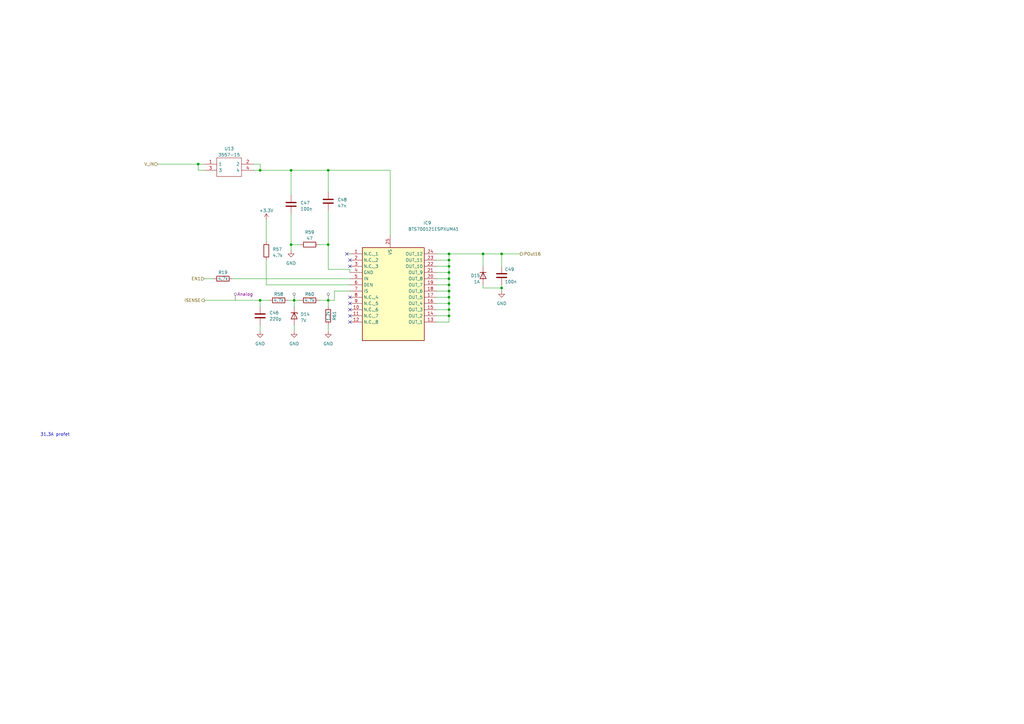
<source format=kicad_sch>
(kicad_sch
	(version 20231120)
	(generator "eeschema")
	(generator_version "8.0")
	(uuid "5fa8d040-6b30-41e2-ae54-829f9978ee99")
	(paper "A3")
	(title_block
		(title "PDU FT24")
		(company "Nived Jayaprakash Nambiar ")
		(comment 1 "FasTTUBe Electronics")
	)
	(lib_symbols
		(symbol "3557-15:3557-15"
			(pin_names
				(offset 0.762)
			)
			(exclude_from_sim no)
			(in_bom yes)
			(on_board yes)
			(property "Reference" "U"
				(at 16.51 7.62 0)
				(effects
					(font
						(size 1.27 1.27)
					)
					(justify left)
				)
			)
			(property "Value" "3557-15"
				(at 16.51 5.08 0)
				(effects
					(font
						(size 1.27 1.27)
					)
					(justify left)
				)
			)
			(property "Footprint" "355715"
				(at 16.51 2.54 0)
				(effects
					(font
						(size 1.27 1.27)
					)
					(justify left)
					(hide yes)
				)
			)
			(property "Datasheet" "https://componentsearchengine.com/Datasheets/1/3557-15.pdf"
				(at 16.51 0 0)
				(effects
					(font
						(size 1.27 1.27)
					)
					(justify left)
					(hide yes)
				)
			)
			(property "Description" "Fuse Holder T/H 2 IN 1 AUTO BLDE HOLDER, BLUE 15A"
				(at 16.51 -2.54 0)
				(effects
					(font
						(size 1.27 1.27)
					)
					(justify left)
					(hide yes)
				)
			)
			(property "Height" "7.37"
				(at 16.51 -5.08 0)
				(effects
					(font
						(size 1.27 1.27)
					)
					(justify left)
					(hide yes)
				)
			)
			(property "heisener Part Number" ""
				(at 16.51 -7.62 0)
				(effects
					(font
						(size 1.27 1.27)
					)
					(justify left)
					(hide yes)
				)
			)
			(property "heisener Price/Stock" ""
				(at 16.51 -10.16 0)
				(effects
					(font
						(size 1.27 1.27)
					)
					(justify left)
					(hide yes)
				)
			)
			(property "Manufacturer_Name" "Keystone Electronics"
				(at 16.51 -12.7 0)
				(effects
					(font
						(size 1.27 1.27)
					)
					(justify left)
					(hide yes)
				)
			)
			(property "Manufacturer_Part_Number" "3557-15"
				(at 16.51 -15.24 0)
				(effects
					(font
						(size 1.27 1.27)
					)
					(justify left)
					(hide yes)
				)
			)
			(symbol "3557-15_0_0"
				(pin passive line
					(at 0 0 0)
					(length 5.08)
					(name "1"
						(effects
							(font
								(size 1.27 1.27)
							)
						)
					)
					(number "1"
						(effects
							(font
								(size 1.27 1.27)
							)
						)
					)
				)
				(pin passive line
					(at 20.32 0 180)
					(length 5.08)
					(name "2"
						(effects
							(font
								(size 1.27 1.27)
							)
						)
					)
					(number "2"
						(effects
							(font
								(size 1.27 1.27)
							)
						)
					)
				)
				(pin passive line
					(at 0 -2.54 0)
					(length 5.08)
					(name "3"
						(effects
							(font
								(size 1.27 1.27)
							)
						)
					)
					(number "3"
						(effects
							(font
								(size 1.27 1.27)
							)
						)
					)
				)
				(pin passive line
					(at 20.32 -2.54 180)
					(length 5.08)
					(name "4"
						(effects
							(font
								(size 1.27 1.27)
							)
						)
					)
					(number "4"
						(effects
							(font
								(size 1.27 1.27)
							)
						)
					)
				)
			)
			(symbol "3557-15_0_1"
				(polyline
					(pts
						(xy 5.08 2.54) (xy 15.24 2.54) (xy 15.24 -5.08) (xy 5.08 -5.08) (xy 5.08 2.54)
					)
					(stroke
						(width 0.1524)
						(type solid)
					)
					(fill
						(type none)
					)
				)
			)
		)
		(symbol "BTS700121ESPXUMA1:BTS700121ESPXUMA1"
			(exclude_from_sim no)
			(in_bom yes)
			(on_board yes)
			(property "Reference" "IC9"
				(at 31.75 12.7 0)
				(effects
					(font
						(size 1.27 1.27)
					)
				)
			)
			(property "Value" "BTS700121ESPXUMA1"
				(at 34.29 10.16 0)
				(effects
					(font
						(size 1.27 1.27)
					)
				)
			)
			(property "Footprint" "BTS700121ESPXUMA1:SOP65P600X115-25N"
				(at 31.75 -94.92 0)
				(effects
					(font
						(size 1.27 1.27)
					)
					(justify left top)
					(hide yes)
				)
			)
			(property "Datasheet" "https://www.infineon.com/dgdl/Infineon-BTS70012-1ESP-DataSheet-v01_10-EN.pdf?fileId=5546d462758f5bd1017598473e2a39a7"
				(at 31.75 -194.92 0)
				(effects
					(font
						(size 1.27 1.27)
					)
					(justify left top)
					(hide yes)
				)
			)
			(property "Description" "Power Switch ICs - Power Distribution PROFET"
				(at 0 0 0)
				(effects
					(font
						(size 1.27 1.27)
					)
					(hide yes)
				)
			)
			(property "Height" "1.15"
				(at 31.75 -394.92 0)
				(effects
					(font
						(size 1.27 1.27)
					)
					(justify left top)
					(hide yes)
				)
			)
			(property "Manufacturer_Name" "Infineon"
				(at 31.75 -494.92 0)
				(effects
					(font
						(size 1.27 1.27)
					)
					(justify left top)
					(hide yes)
				)
			)
			(property "Manufacturer_Part_Number" "BTS700121ESPXUMA1"
				(at 31.75 -594.92 0)
				(effects
					(font
						(size 1.27 1.27)
					)
					(justify left top)
					(hide yes)
				)
			)
			(property "Mouser Part Number" "726-BTS700121ESPXUMA"
				(at 31.75 -694.92 0)
				(effects
					(font
						(size 1.27 1.27)
					)
					(justify left top)
					(hide yes)
				)
			)
			(property "Mouser Price/Stock" "https://www.mouser.co.uk/ProductDetail/Infineon-Technologies/BTS700121ESPXUMA1?qs=81r%252BiQLm7BTuVhpblMU93g%3D%3D"
				(at 31.75 -794.92 0)
				(effects
					(font
						(size 1.27 1.27)
					)
					(justify left top)
					(hide yes)
				)
			)
			(property "Arrow Part Number" ""
				(at 31.75 -894.92 0)
				(effects
					(font
						(size 1.27 1.27)
					)
					(justify left top)
					(hide yes)
				)
			)
			(property "Arrow Price/Stock" ""
				(at 31.75 -994.92 0)
				(effects
					(font
						(size 1.27 1.27)
					)
					(justify left top)
					(hide yes)
				)
			)
			(symbol "BTS700121ESPXUMA1_1_1"
				(rectangle
					(start 5.08 2.54)
					(end 30.48 -35.56)
					(stroke
						(width 0.254)
						(type default)
					)
					(fill
						(type background)
					)
				)
				(pin passive line
					(at 0 0 0)
					(length 5.08)
					(name "N.C._1"
						(effects
							(font
								(size 1.27 1.27)
							)
						)
					)
					(number "1"
						(effects
							(font
								(size 1.27 1.27)
							)
						)
					)
				)
				(pin passive line
					(at 0 -22.86 0)
					(length 5.08)
					(name "N.C._6"
						(effects
							(font
								(size 1.27 1.27)
							)
						)
					)
					(number "10"
						(effects
							(font
								(size 1.27 1.27)
							)
						)
					)
				)
				(pin passive line
					(at 0 -25.4 0)
					(length 5.08)
					(name "N.C._7"
						(effects
							(font
								(size 1.27 1.27)
							)
						)
					)
					(number "11"
						(effects
							(font
								(size 1.27 1.27)
							)
						)
					)
				)
				(pin passive line
					(at 0 -27.94 0)
					(length 5.08)
					(name "N.C._8"
						(effects
							(font
								(size 1.27 1.27)
							)
						)
					)
					(number "12"
						(effects
							(font
								(size 1.27 1.27)
							)
						)
					)
				)
				(pin passive line
					(at 35.56 -27.94 180)
					(length 5.08)
					(name "OUT_1"
						(effects
							(font
								(size 1.27 1.27)
							)
						)
					)
					(number "13"
						(effects
							(font
								(size 1.27 1.27)
							)
						)
					)
				)
				(pin passive line
					(at 35.56 -25.4 180)
					(length 5.08)
					(name "OUT_2"
						(effects
							(font
								(size 1.27 1.27)
							)
						)
					)
					(number "14"
						(effects
							(font
								(size 1.27 1.27)
							)
						)
					)
				)
				(pin passive line
					(at 35.56 -22.86 180)
					(length 5.08)
					(name "OUT_3"
						(effects
							(font
								(size 1.27 1.27)
							)
						)
					)
					(number "15"
						(effects
							(font
								(size 1.27 1.27)
							)
						)
					)
				)
				(pin passive line
					(at 35.56 -20.32 180)
					(length 5.08)
					(name "OUT_4"
						(effects
							(font
								(size 1.27 1.27)
							)
						)
					)
					(number "16"
						(effects
							(font
								(size 1.27 1.27)
							)
						)
					)
				)
				(pin passive line
					(at 35.56 -17.78 180)
					(length 5.08)
					(name "OUT_5"
						(effects
							(font
								(size 1.27 1.27)
							)
						)
					)
					(number "17"
						(effects
							(font
								(size 1.27 1.27)
							)
						)
					)
				)
				(pin passive line
					(at 35.56 -15.24 180)
					(length 5.08)
					(name "OUT_6"
						(effects
							(font
								(size 1.27 1.27)
							)
						)
					)
					(number "18"
						(effects
							(font
								(size 1.27 1.27)
							)
						)
					)
				)
				(pin passive line
					(at 35.56 -12.7 180)
					(length 5.08)
					(name "OUT_7"
						(effects
							(font
								(size 1.27 1.27)
							)
						)
					)
					(number "19"
						(effects
							(font
								(size 1.27 1.27)
							)
						)
					)
				)
				(pin passive line
					(at 0 -2.54 0)
					(length 5.08)
					(name "N.C._2"
						(effects
							(font
								(size 1.27 1.27)
							)
						)
					)
					(number "2"
						(effects
							(font
								(size 1.27 1.27)
							)
						)
					)
				)
				(pin passive line
					(at 35.56 -10.16 180)
					(length 5.08)
					(name "OUT_8"
						(effects
							(font
								(size 1.27 1.27)
							)
						)
					)
					(number "20"
						(effects
							(font
								(size 1.27 1.27)
							)
						)
					)
				)
				(pin passive line
					(at 35.56 -7.62 180)
					(length 5.08)
					(name "OUT_9"
						(effects
							(font
								(size 1.27 1.27)
							)
						)
					)
					(number "21"
						(effects
							(font
								(size 1.27 1.27)
							)
						)
					)
				)
				(pin passive line
					(at 35.56 -5.08 180)
					(length 5.08)
					(name "OUT_10"
						(effects
							(font
								(size 1.27 1.27)
							)
						)
					)
					(number "22"
						(effects
							(font
								(size 1.27 1.27)
							)
						)
					)
				)
				(pin passive line
					(at 35.56 -2.54 180)
					(length 5.08)
					(name "OUT_11"
						(effects
							(font
								(size 1.27 1.27)
							)
						)
					)
					(number "23"
						(effects
							(font
								(size 1.27 1.27)
							)
						)
					)
				)
				(pin power_out line
					(at 35.56 0 180)
					(length 5.08)
					(name "OUT_12"
						(effects
							(font
								(size 1.27 1.27)
							)
						)
					)
					(number "24"
						(effects
							(font
								(size 1.27 1.27)
							)
						)
					)
				)
				(pin input line
					(at 16.51 7.62 270)
					(length 5.08)
					(name "VS"
						(effects
							(font
								(size 1.27 1.27)
							)
						)
					)
					(number "25"
						(effects
							(font
								(size 1.27 1.27)
							)
						)
					)
				)
				(pin passive line
					(at 0 -5.08 0)
					(length 5.08)
					(name "N.C._3"
						(effects
							(font
								(size 1.27 1.27)
							)
						)
					)
					(number "3"
						(effects
							(font
								(size 1.27 1.27)
							)
						)
					)
				)
				(pin passive line
					(at 0 -7.62 0)
					(length 5.08)
					(name "GND"
						(effects
							(font
								(size 1.27 1.27)
							)
						)
					)
					(number "4"
						(effects
							(font
								(size 1.27 1.27)
							)
						)
					)
				)
				(pin passive line
					(at 0 -10.16 0)
					(length 5.08)
					(name "IN"
						(effects
							(font
								(size 1.27 1.27)
							)
						)
					)
					(number "5"
						(effects
							(font
								(size 1.27 1.27)
							)
						)
					)
				)
				(pin passive line
					(at 0 -12.7 0)
					(length 5.08)
					(name "DEN"
						(effects
							(font
								(size 1.27 1.27)
							)
						)
					)
					(number "6"
						(effects
							(font
								(size 1.27 1.27)
							)
						)
					)
				)
				(pin passive line
					(at 0 -15.24 0)
					(length 5.08)
					(name "IS"
						(effects
							(font
								(size 1.27 1.27)
							)
						)
					)
					(number "7"
						(effects
							(font
								(size 1.27 1.27)
							)
						)
					)
				)
				(pin passive line
					(at 0 -17.78 0)
					(length 5.08)
					(name "N.C._4"
						(effects
							(font
								(size 1.27 1.27)
							)
						)
					)
					(number "8"
						(effects
							(font
								(size 1.27 1.27)
							)
						)
					)
				)
				(pin passive line
					(at 0 -20.32 0)
					(length 5.08)
					(name "N.C._5"
						(effects
							(font
								(size 1.27 1.27)
							)
						)
					)
					(number "9"
						(effects
							(font
								(size 1.27 1.27)
							)
						)
					)
				)
			)
		)
		(symbol "Device:C"
			(pin_numbers hide)
			(pin_names
				(offset 0.254)
			)
			(exclude_from_sim no)
			(in_bom yes)
			(on_board yes)
			(property "Reference" "C"
				(at 0.635 2.54 0)
				(effects
					(font
						(size 1.27 1.27)
					)
					(justify left)
				)
			)
			(property "Value" "C"
				(at 0.635 -2.54 0)
				(effects
					(font
						(size 1.27 1.27)
					)
					(justify left)
				)
			)
			(property "Footprint" ""
				(at 0.9652 -3.81 0)
				(effects
					(font
						(size 1.27 1.27)
					)
					(hide yes)
				)
			)
			(property "Datasheet" "~"
				(at 0 0 0)
				(effects
					(font
						(size 1.27 1.27)
					)
					(hide yes)
				)
			)
			(property "Description" "Unpolarized capacitor"
				(at 0 0 0)
				(effects
					(font
						(size 1.27 1.27)
					)
					(hide yes)
				)
			)
			(property "ki_keywords" "cap capacitor"
				(at 0 0 0)
				(effects
					(font
						(size 1.27 1.27)
					)
					(hide yes)
				)
			)
			(property "ki_fp_filters" "C_*"
				(at 0 0 0)
				(effects
					(font
						(size 1.27 1.27)
					)
					(hide yes)
				)
			)
			(symbol "C_0_1"
				(polyline
					(pts
						(xy -2.032 -0.762) (xy 2.032 -0.762)
					)
					(stroke
						(width 0.508)
						(type default)
					)
					(fill
						(type none)
					)
				)
				(polyline
					(pts
						(xy -2.032 0.762) (xy 2.032 0.762)
					)
					(stroke
						(width 0.508)
						(type default)
					)
					(fill
						(type none)
					)
				)
			)
			(symbol "C_1_1"
				(pin passive line
					(at 0 3.81 270)
					(length 2.794)
					(name "~"
						(effects
							(font
								(size 1.27 1.27)
							)
						)
					)
					(number "1"
						(effects
							(font
								(size 1.27 1.27)
							)
						)
					)
				)
				(pin passive line
					(at 0 -3.81 90)
					(length 2.794)
					(name "~"
						(effects
							(font
								(size 1.27 1.27)
							)
						)
					)
					(number "2"
						(effects
							(font
								(size 1.27 1.27)
							)
						)
					)
				)
			)
		)
		(symbol "Device:D"
			(pin_numbers hide)
			(pin_names
				(offset 1.016) hide)
			(exclude_from_sim no)
			(in_bom yes)
			(on_board yes)
			(property "Reference" "D"
				(at 0 2.54 0)
				(effects
					(font
						(size 1.27 1.27)
					)
				)
			)
			(property "Value" "D"
				(at 0 -2.54 0)
				(effects
					(font
						(size 1.27 1.27)
					)
				)
			)
			(property "Footprint" ""
				(at 0 0 0)
				(effects
					(font
						(size 1.27 1.27)
					)
					(hide yes)
				)
			)
			(property "Datasheet" "~"
				(at 0 0 0)
				(effects
					(font
						(size 1.27 1.27)
					)
					(hide yes)
				)
			)
			(property "Description" "Diode"
				(at 0 0 0)
				(effects
					(font
						(size 1.27 1.27)
					)
					(hide yes)
				)
			)
			(property "Sim.Device" "D"
				(at 0 0 0)
				(effects
					(font
						(size 1.27 1.27)
					)
					(hide yes)
				)
			)
			(property "Sim.Pins" "1=K 2=A"
				(at 0 0 0)
				(effects
					(font
						(size 1.27 1.27)
					)
					(hide yes)
				)
			)
			(property "ki_keywords" "diode"
				(at 0 0 0)
				(effects
					(font
						(size 1.27 1.27)
					)
					(hide yes)
				)
			)
			(property "ki_fp_filters" "TO-???* *_Diode_* *SingleDiode* D_*"
				(at 0 0 0)
				(effects
					(font
						(size 1.27 1.27)
					)
					(hide yes)
				)
			)
			(symbol "D_0_1"
				(polyline
					(pts
						(xy -1.27 1.27) (xy -1.27 -1.27)
					)
					(stroke
						(width 0.254)
						(type default)
					)
					(fill
						(type none)
					)
				)
				(polyline
					(pts
						(xy 1.27 0) (xy -1.27 0)
					)
					(stroke
						(width 0)
						(type default)
					)
					(fill
						(type none)
					)
				)
				(polyline
					(pts
						(xy 1.27 1.27) (xy 1.27 -1.27) (xy -1.27 0) (xy 1.27 1.27)
					)
					(stroke
						(width 0.254)
						(type default)
					)
					(fill
						(type none)
					)
				)
			)
			(symbol "D_1_1"
				(pin passive line
					(at -3.81 0 0)
					(length 2.54)
					(name "K"
						(effects
							(font
								(size 1.27 1.27)
							)
						)
					)
					(number "1"
						(effects
							(font
								(size 1.27 1.27)
							)
						)
					)
				)
				(pin passive line
					(at 3.81 0 180)
					(length 2.54)
					(name "A"
						(effects
							(font
								(size 1.27 1.27)
							)
						)
					)
					(number "2"
						(effects
							(font
								(size 1.27 1.27)
							)
						)
					)
				)
			)
		)
		(symbol "Device:D_Zener"
			(pin_numbers hide)
			(pin_names
				(offset 1.016) hide)
			(exclude_from_sim no)
			(in_bom yes)
			(on_board yes)
			(property "Reference" "D"
				(at 0 2.54 0)
				(effects
					(font
						(size 1.27 1.27)
					)
				)
			)
			(property "Value" "D_Zener"
				(at 0 -2.54 0)
				(effects
					(font
						(size 1.27 1.27)
					)
				)
			)
			(property "Footprint" ""
				(at 0 0 0)
				(effects
					(font
						(size 1.27 1.27)
					)
					(hide yes)
				)
			)
			(property "Datasheet" "~"
				(at 0 0 0)
				(effects
					(font
						(size 1.27 1.27)
					)
					(hide yes)
				)
			)
			(property "Description" "Zener diode"
				(at 0 0 0)
				(effects
					(font
						(size 1.27 1.27)
					)
					(hide yes)
				)
			)
			(property "ki_keywords" "diode"
				(at 0 0 0)
				(effects
					(font
						(size 1.27 1.27)
					)
					(hide yes)
				)
			)
			(property "ki_fp_filters" "TO-???* *_Diode_* *SingleDiode* D_*"
				(at 0 0 0)
				(effects
					(font
						(size 1.27 1.27)
					)
					(hide yes)
				)
			)
			(symbol "D_Zener_0_1"
				(polyline
					(pts
						(xy 1.27 0) (xy -1.27 0)
					)
					(stroke
						(width 0)
						(type default)
					)
					(fill
						(type none)
					)
				)
				(polyline
					(pts
						(xy -1.27 -1.27) (xy -1.27 1.27) (xy -0.762 1.27)
					)
					(stroke
						(width 0.254)
						(type default)
					)
					(fill
						(type none)
					)
				)
				(polyline
					(pts
						(xy 1.27 -1.27) (xy 1.27 1.27) (xy -1.27 0) (xy 1.27 -1.27)
					)
					(stroke
						(width 0.254)
						(type default)
					)
					(fill
						(type none)
					)
				)
			)
			(symbol "D_Zener_1_1"
				(pin passive line
					(at -3.81 0 0)
					(length 2.54)
					(name "K"
						(effects
							(font
								(size 1.27 1.27)
							)
						)
					)
					(number "1"
						(effects
							(font
								(size 1.27 1.27)
							)
						)
					)
				)
				(pin passive line
					(at 3.81 0 180)
					(length 2.54)
					(name "A"
						(effects
							(font
								(size 1.27 1.27)
							)
						)
					)
					(number "2"
						(effects
							(font
								(size 1.27 1.27)
							)
						)
					)
				)
			)
		)
		(symbol "Device:R"
			(pin_numbers hide)
			(pin_names
				(offset 0)
			)
			(exclude_from_sim no)
			(in_bom yes)
			(on_board yes)
			(property "Reference" "R"
				(at 2.032 0 90)
				(effects
					(font
						(size 1.27 1.27)
					)
				)
			)
			(property "Value" "R"
				(at 0 0 90)
				(effects
					(font
						(size 1.27 1.27)
					)
				)
			)
			(property "Footprint" ""
				(at -1.778 0 90)
				(effects
					(font
						(size 1.27 1.27)
					)
					(hide yes)
				)
			)
			(property "Datasheet" "~"
				(at 0 0 0)
				(effects
					(font
						(size 1.27 1.27)
					)
					(hide yes)
				)
			)
			(property "Description" "Resistor"
				(at 0 0 0)
				(effects
					(font
						(size 1.27 1.27)
					)
					(hide yes)
				)
			)
			(property "ki_keywords" "R res resistor"
				(at 0 0 0)
				(effects
					(font
						(size 1.27 1.27)
					)
					(hide yes)
				)
			)
			(property "ki_fp_filters" "R_*"
				(at 0 0 0)
				(effects
					(font
						(size 1.27 1.27)
					)
					(hide yes)
				)
			)
			(symbol "R_0_1"
				(rectangle
					(start -1.016 -2.54)
					(end 1.016 2.54)
					(stroke
						(width 0.254)
						(type default)
					)
					(fill
						(type none)
					)
				)
			)
			(symbol "R_1_1"
				(pin passive line
					(at 0 3.81 270)
					(length 1.27)
					(name "~"
						(effects
							(font
								(size 1.27 1.27)
							)
						)
					)
					(number "1"
						(effects
							(font
								(size 1.27 1.27)
							)
						)
					)
				)
				(pin passive line
					(at 0 -3.81 90)
					(length 1.27)
					(name "~"
						(effects
							(font
								(size 1.27 1.27)
							)
						)
					)
					(number "2"
						(effects
							(font
								(size 1.27 1.27)
							)
						)
					)
				)
			)
		)
		(symbol "power:+3.3V"
			(power)
			(pin_names
				(offset 0)
			)
			(exclude_from_sim no)
			(in_bom yes)
			(on_board yes)
			(property "Reference" "#PWR"
				(at 0 -3.81 0)
				(effects
					(font
						(size 1.27 1.27)
					)
					(hide yes)
				)
			)
			(property "Value" "+3.3V"
				(at 0 3.556 0)
				(effects
					(font
						(size 1.27 1.27)
					)
				)
			)
			(property "Footprint" ""
				(at 0 0 0)
				(effects
					(font
						(size 1.27 1.27)
					)
					(hide yes)
				)
			)
			(property "Datasheet" ""
				(at 0 0 0)
				(effects
					(font
						(size 1.27 1.27)
					)
					(hide yes)
				)
			)
			(property "Description" "Power symbol creates a global label with name \"+3.3V\""
				(at 0 0 0)
				(effects
					(font
						(size 1.27 1.27)
					)
					(hide yes)
				)
			)
			(property "ki_keywords" "global power"
				(at 0 0 0)
				(effects
					(font
						(size 1.27 1.27)
					)
					(hide yes)
				)
			)
			(symbol "+3.3V_0_1"
				(polyline
					(pts
						(xy -0.762 1.27) (xy 0 2.54)
					)
					(stroke
						(width 0)
						(type default)
					)
					(fill
						(type none)
					)
				)
				(polyline
					(pts
						(xy 0 0) (xy 0 2.54)
					)
					(stroke
						(width 0)
						(type default)
					)
					(fill
						(type none)
					)
				)
				(polyline
					(pts
						(xy 0 2.54) (xy 0.762 1.27)
					)
					(stroke
						(width 0)
						(type default)
					)
					(fill
						(type none)
					)
				)
			)
			(symbol "+3.3V_1_1"
				(pin power_in line
					(at 0 0 90)
					(length 0) hide
					(name "+3.3V"
						(effects
							(font
								(size 1.27 1.27)
							)
						)
					)
					(number "1"
						(effects
							(font
								(size 1.27 1.27)
							)
						)
					)
				)
			)
		)
		(symbol "power:GND"
			(power)
			(pin_names
				(offset 0)
			)
			(exclude_from_sim no)
			(in_bom yes)
			(on_board yes)
			(property "Reference" "#PWR"
				(at 0 -6.35 0)
				(effects
					(font
						(size 1.27 1.27)
					)
					(hide yes)
				)
			)
			(property "Value" "GND"
				(at 0 -3.81 0)
				(effects
					(font
						(size 1.27 1.27)
					)
				)
			)
			(property "Footprint" ""
				(at 0 0 0)
				(effects
					(font
						(size 1.27 1.27)
					)
					(hide yes)
				)
			)
			(property "Datasheet" ""
				(at 0 0 0)
				(effects
					(font
						(size 1.27 1.27)
					)
					(hide yes)
				)
			)
			(property "Description" "Power symbol creates a global label with name \"GND\" , ground"
				(at 0 0 0)
				(effects
					(font
						(size 1.27 1.27)
					)
					(hide yes)
				)
			)
			(property "ki_keywords" "global power"
				(at 0 0 0)
				(effects
					(font
						(size 1.27 1.27)
					)
					(hide yes)
				)
			)
			(symbol "GND_0_1"
				(polyline
					(pts
						(xy 0 0) (xy 0 -1.27) (xy 1.27 -1.27) (xy 0 -2.54) (xy -1.27 -1.27) (xy 0 -1.27)
					)
					(stroke
						(width 0)
						(type default)
					)
					(fill
						(type none)
					)
				)
			)
			(symbol "GND_1_1"
				(pin power_in line
					(at 0 0 270)
					(length 0) hide
					(name "GND"
						(effects
							(font
								(size 1.27 1.27)
							)
						)
					)
					(number "1"
						(effects
							(font
								(size 1.27 1.27)
							)
						)
					)
				)
			)
		)
	)
	(junction
		(at 184.15 116.84)
		(diameter 0)
		(color 0 0 0 0)
		(uuid "0d5a8b04-ec7c-490e-b435-ff48636a4acf")
	)
	(junction
		(at 184.15 106.68)
		(diameter 0)
		(color 0 0 0 0)
		(uuid "20b37f9f-c126-470a-a8c0-3b8dace7923c")
	)
	(junction
		(at 119.38 69.85)
		(diameter 0)
		(color 0 0 0 0)
		(uuid "23bc755c-defd-4bb2-99cc-c32d936eee99")
	)
	(junction
		(at 198.12 104.14)
		(diameter 0)
		(color 0 0 0 0)
		(uuid "2b60bfa1-7052-4982-a9bf-f378ad407b79")
	)
	(junction
		(at 184.15 111.76)
		(diameter 0)
		(color 0 0 0 0)
		(uuid "30875d4b-a079-4931-a3a4-a055bebbf2f7")
	)
	(junction
		(at 184.15 109.22)
		(diameter 0)
		(color 0 0 0 0)
		(uuid "359ca13b-a4ba-43fb-8ad7-be3497faa9e9")
	)
	(junction
		(at 184.15 119.38)
		(diameter 0)
		(color 0 0 0 0)
		(uuid "39a7479f-702c-4915-b644-b595f37eedd2")
	)
	(junction
		(at 205.74 104.14)
		(diameter 0)
		(color 0 0 0 0)
		(uuid "3ba75fd6-9932-4913-ad23-f59c2bddc397")
	)
	(junction
		(at 184.15 129.54)
		(diameter 0)
		(color 0 0 0 0)
		(uuid "4a78acb0-1b20-4103-bdbf-35c7ad7b3040")
	)
	(junction
		(at 119.38 100.33)
		(diameter 0)
		(color 0 0 0 0)
		(uuid "5597bdf7-c5d7-4763-825b-07fc1fe70f7a")
	)
	(junction
		(at 205.74 118.11)
		(diameter 0)
		(color 0 0 0 0)
		(uuid "56a1f281-ec35-43db-97ba-2bfd41d26c2d")
	)
	(junction
		(at 184.15 124.46)
		(diameter 0)
		(color 0 0 0 0)
		(uuid "644f0ac0-be98-4d43-ae11-952af5453ecc")
	)
	(junction
		(at 184.15 114.3)
		(diameter 0)
		(color 0 0 0 0)
		(uuid "b40df92b-f422-489e-a11e-2ece794849de")
	)
	(junction
		(at 184.15 127)
		(diameter 0)
		(color 0 0 0 0)
		(uuid "b48d8886-5ecf-4372-b0ac-81a816b69534")
	)
	(junction
		(at 184.15 104.14)
		(diameter 0)
		(color 0 0 0 0)
		(uuid "bb1fce24-c15d-4c23-8320-e45da8202636")
	)
	(junction
		(at 81.28 67.31)
		(diameter 0)
		(color 0 0 0 0)
		(uuid "c5bb218b-a88c-4276-81cd-a76477e99347")
	)
	(junction
		(at 134.62 123.19)
		(diameter 0)
		(color 0 0 0 0)
		(uuid "d1ab1910-8e4e-496c-ab43-73c154fdfec3")
	)
	(junction
		(at 184.15 121.92)
		(diameter 0)
		(color 0 0 0 0)
		(uuid "e75159b9-16a9-421b-abca-3826691cfe58")
	)
	(junction
		(at 120.65 123.19)
		(diameter 0)
		(color 0 0 0 0)
		(uuid "e773e790-1513-4285-b300-010479b5dfda")
	)
	(junction
		(at 106.68 123.19)
		(diameter 0)
		(color 0 0 0 0)
		(uuid "f045866d-8d7a-4a9a-b49a-0a24042e0333")
	)
	(junction
		(at 134.62 69.85)
		(diameter 0)
		(color 0 0 0 0)
		(uuid "fb71ed3d-f204-40dd-b4a3-385e378ea807")
	)
	(junction
		(at 106.68 69.85)
		(diameter 0)
		(color 0 0 0 0)
		(uuid "fbf833c7-c73b-4bdc-83d9-a21dc58ef764")
	)
	(junction
		(at 134.62 100.33)
		(diameter 0)
		(color 0 0 0 0)
		(uuid "febdd911-1d97-474e-bda1-f48ea4d92383")
	)
	(no_connect
		(at 143.51 124.46)
		(uuid "149228d1-746e-471c-8eb6-39e6c95ff9cd")
	)
	(no_connect
		(at 143.51 132.08)
		(uuid "58f58570-1776-4064-81ca-99076d998a02")
	)
	(no_connect
		(at 143.51 127)
		(uuid "660fd9ad-9fd2-4327-99e6-3beca6e84121")
	)
	(no_connect
		(at 143.51 109.22)
		(uuid "6865d30a-c546-47b9-9a59-0b2b22d20344")
	)
	(no_connect
		(at 142.24 104.14)
		(uuid "8c754f98-f54d-41a1-9ca5-993e58754653")
	)
	(no_connect
		(at 143.51 106.68)
		(uuid "de86a176-f062-4f7b-aeb9-463ef7634e6c")
	)
	(no_connect
		(at 143.51 129.54)
		(uuid "ee0742e3-117f-441e-b819-4fde454c2476")
	)
	(no_connect
		(at 143.51 121.92)
		(uuid "f5222730-49af-441b-a5f7-219fd933103b")
	)
	(wire
		(pts
			(xy 95.25 114.3) (xy 143.51 114.3)
		)
		(stroke
			(width 0)
			(type default)
		)
		(uuid "02e491ed-4340-4aeb-b3b7-cf1ab51990dc")
	)
	(wire
		(pts
			(xy 109.22 106.68) (xy 109.22 116.84)
		)
		(stroke
			(width 0)
			(type default)
		)
		(uuid "0c8122d8-c21d-4cec-84ef-f2a55ee0bdde")
	)
	(wire
		(pts
			(xy 64.77 67.31) (xy 81.28 67.31)
		)
		(stroke
			(width 0)
			(type default)
		)
		(uuid "0dbaf8c5-fe4a-4ea9-a245-fe361bc67ed3")
	)
	(wire
		(pts
			(xy 137.16 119.38) (xy 143.51 119.38)
		)
		(stroke
			(width 0)
			(type default)
		)
		(uuid "0ee33918-0e30-4fb8-9193-121767b7d6e0")
	)
	(wire
		(pts
			(xy 120.65 133.35) (xy 120.65 135.89)
		)
		(stroke
			(width 0)
			(type default)
		)
		(uuid "109f2b36-521d-47d5-a2e1-18031026cff0")
	)
	(wire
		(pts
			(xy 81.28 69.85) (xy 81.28 67.31)
		)
		(stroke
			(width 0)
			(type default)
		)
		(uuid "1106e69b-847d-46b3-ba53-03e4206545c3")
	)
	(wire
		(pts
			(xy 179.07 109.22) (xy 184.15 109.22)
		)
		(stroke
			(width 0)
			(type default)
		)
		(uuid "117b8235-c7aa-4eae-9ac8-3db4fcd64377")
	)
	(wire
		(pts
			(xy 119.38 69.85) (xy 134.62 69.85)
		)
		(stroke
			(width 0)
			(type default)
		)
		(uuid "173c0cb5-a3c2-4924-b304-3cc0425c460a")
	)
	(wire
		(pts
			(xy 120.65 125.73) (xy 120.65 123.19)
		)
		(stroke
			(width 0)
			(type default)
		)
		(uuid "17ff1deb-5b1d-4e3a-bf75-c3d387132dd2")
	)
	(wire
		(pts
			(xy 179.07 104.14) (xy 184.15 104.14)
		)
		(stroke
			(width 0)
			(type default)
		)
		(uuid "186a0f1b-b74d-4216-b1b6-9162958c8fd1")
	)
	(wire
		(pts
			(xy 134.62 123.19) (xy 130.81 123.19)
		)
		(stroke
			(width 0)
			(type default)
		)
		(uuid "1ebbd4cf-9be5-4ffd-aa6c-cb84059a471c")
	)
	(wire
		(pts
			(xy 106.68 133.35) (xy 106.68 135.89)
		)
		(stroke
			(width 0)
			(type default)
		)
		(uuid "223fbe0d-90a0-4918-9bbc-ee8a326ff3f7")
	)
	(wire
		(pts
			(xy 184.15 111.76) (xy 184.15 109.22)
		)
		(stroke
			(width 0)
			(type default)
		)
		(uuid "2525d073-8e65-40ff-ad01-7f9f71933bea")
	)
	(wire
		(pts
			(xy 109.22 116.84) (xy 143.51 116.84)
		)
		(stroke
			(width 0)
			(type default)
		)
		(uuid "26076a2f-e68b-4c94-a06f-3a1e28e382bc")
	)
	(wire
		(pts
			(xy 205.74 104.14) (xy 205.74 109.22)
		)
		(stroke
			(width 0)
			(type default)
		)
		(uuid "2d5b5436-4f77-4e17-a0db-8788b9bb0050")
	)
	(wire
		(pts
			(xy 198.12 104.14) (xy 198.12 109.22)
		)
		(stroke
			(width 0)
			(type default)
		)
		(uuid "33b6e3e7-a1df-4c32-8bc8-62857668a7c9")
	)
	(wire
		(pts
			(xy 184.15 119.38) (xy 184.15 116.84)
		)
		(stroke
			(width 0)
			(type default)
		)
		(uuid "351ce562-480c-42eb-813e-c06635554afb")
	)
	(wire
		(pts
			(xy 142.24 104.14) (xy 143.51 104.14)
		)
		(stroke
			(width 0)
			(type default)
		)
		(uuid "375ed77d-35c9-4bc0-9c0c-7a418ae72c1d")
	)
	(wire
		(pts
			(xy 205.74 118.11) (xy 205.74 119.38)
		)
		(stroke
			(width 0)
			(type default)
		)
		(uuid "37de9704-bfe8-484a-8947-4d5e093da942")
	)
	(wire
		(pts
			(xy 160.02 69.85) (xy 160.02 96.52)
		)
		(stroke
			(width 0)
			(type default)
		)
		(uuid "38cc4eeb-574d-4f25-b9cd-ca8985966bb1")
	)
	(wire
		(pts
			(xy 83.82 123.19) (xy 106.68 123.19)
		)
		(stroke
			(width 0)
			(type default)
		)
		(uuid "3afe3559-b703-4b4e-bc80-1ef3a8ee1f6c")
	)
	(wire
		(pts
			(xy 198.12 104.14) (xy 205.74 104.14)
		)
		(stroke
			(width 0)
			(type default)
		)
		(uuid "3f50b036-89d9-4888-a224-08013ef8d691")
	)
	(wire
		(pts
			(xy 179.07 129.54) (xy 184.15 129.54)
		)
		(stroke
			(width 0)
			(type default)
		)
		(uuid "45ce1d4c-a289-4078-9435-47195c0ed021")
	)
	(wire
		(pts
			(xy 205.74 104.14) (xy 213.36 104.14)
		)
		(stroke
			(width 0)
			(type default)
		)
		(uuid "48252e67-140c-428a-8a40-184410bf185d")
	)
	(wire
		(pts
			(xy 134.62 133.35) (xy 134.62 135.89)
		)
		(stroke
			(width 0)
			(type default)
		)
		(uuid "4d5cdc1c-a843-4655-aef5-4efec57e49bf")
	)
	(wire
		(pts
			(xy 106.68 123.19) (xy 106.68 125.73)
		)
		(stroke
			(width 0)
			(type default)
		)
		(uuid "4ee37a01-2513-44b7-89bb-fb5ad0d7e5a9")
	)
	(wire
		(pts
			(xy 134.62 123.19) (xy 137.16 123.19)
		)
		(stroke
			(width 0)
			(type default)
		)
		(uuid "4f773f32-aea2-463c-b4b9-140f175c5443")
	)
	(wire
		(pts
			(xy 184.15 114.3) (xy 184.15 111.76)
		)
		(stroke
			(width 0)
			(type default)
		)
		(uuid "50ad88ac-91f8-4542-ad84-5a71755faf6a")
	)
	(wire
		(pts
			(xy 179.07 132.08) (xy 184.15 132.08)
		)
		(stroke
			(width 0)
			(type default)
		)
		(uuid "548ae0a3-4e13-4ba8-b6ba-2631cf466444")
	)
	(wire
		(pts
			(xy 184.15 109.22) (xy 184.15 106.68)
		)
		(stroke
			(width 0)
			(type default)
		)
		(uuid "5a5846cc-fe4f-489c-a087-750c89e4c0a9")
	)
	(wire
		(pts
			(xy 198.12 116.84) (xy 198.12 118.11)
		)
		(stroke
			(width 0)
			(type default)
		)
		(uuid "658e7a47-b78e-4a79-b17a-eb2f5e83dccb")
	)
	(wire
		(pts
			(xy 179.07 111.76) (xy 184.15 111.76)
		)
		(stroke
			(width 0)
			(type default)
		)
		(uuid "680a7a3c-e75b-44c1-b7d1-5457a509c518")
	)
	(wire
		(pts
			(xy 134.62 125.73) (xy 134.62 123.19)
		)
		(stroke
			(width 0)
			(type default)
		)
		(uuid "6a60426d-e98b-4537-9217-c45470a7c38e")
	)
	(wire
		(pts
			(xy 119.38 87.63) (xy 119.38 100.33)
		)
		(stroke
			(width 0)
			(type default)
		)
		(uuid "6cbb3b6c-8f5f-490d-93f0-7a9e7c820d85")
	)
	(wire
		(pts
			(xy 134.62 100.33) (xy 134.62 110.49)
		)
		(stroke
			(width 0)
			(type default)
		)
		(uuid "72fc257c-f0c1-4833-9859-171ddf55a144")
	)
	(wire
		(pts
			(xy 130.81 100.33) (xy 134.62 100.33)
		)
		(stroke
			(width 0)
			(type default)
		)
		(uuid "7457330e-70f9-4ee0-a76f-992df746a749")
	)
	(wire
		(pts
			(xy 83.82 69.85) (xy 81.28 69.85)
		)
		(stroke
			(width 0)
			(type default)
		)
		(uuid "766534c1-80de-4665-b8c2-df3d4d9c0d58")
	)
	(wire
		(pts
			(xy 184.15 129.54) (xy 184.15 127)
		)
		(stroke
			(width 0)
			(type default)
		)
		(uuid "768a8a8c-ce34-45d4-b532-71012f456719")
	)
	(wire
		(pts
			(xy 179.07 121.92) (xy 184.15 121.92)
		)
		(stroke
			(width 0)
			(type default)
		)
		(uuid "769ea440-b97a-4fd0-8744-0374c53e1f87")
	)
	(wire
		(pts
			(xy 179.07 114.3) (xy 184.15 114.3)
		)
		(stroke
			(width 0)
			(type default)
		)
		(uuid "80f2f43d-0bef-425f-b940-c61f7972b613")
	)
	(wire
		(pts
			(xy 110.49 123.19) (xy 106.68 123.19)
		)
		(stroke
			(width 0)
			(type default)
		)
		(uuid "86892063-7781-49a8-8aca-d2adef881552")
	)
	(wire
		(pts
			(xy 143.51 110.49) (xy 143.51 111.76)
		)
		(stroke
			(width 0)
			(type default)
		)
		(uuid "88e4aae1-0f94-4c68-ab9e-1d780b939f0b")
	)
	(wire
		(pts
			(xy 119.38 69.85) (xy 119.38 80.01)
		)
		(stroke
			(width 0)
			(type default)
		)
		(uuid "890de715-4b3c-4e33-9070-3a262f9e60c9")
	)
	(wire
		(pts
			(xy 83.82 114.3) (xy 87.63 114.3)
		)
		(stroke
			(width 0)
			(type default)
		)
		(uuid "8d469710-1cd5-422b-aa53-0dc71a25486b")
	)
	(wire
		(pts
			(xy 123.19 100.33) (xy 119.38 100.33)
		)
		(stroke
			(width 0)
			(type default)
		)
		(uuid "8e84a5af-43f0-4cb7-80eb-960cb29a7ef1")
	)
	(wire
		(pts
			(xy 179.07 119.38) (xy 184.15 119.38)
		)
		(stroke
			(width 0)
			(type default)
		)
		(uuid "9158d901-e188-4fb2-8ae9-13a9bd7b171c")
	)
	(wire
		(pts
			(xy 179.07 127) (xy 184.15 127)
		)
		(stroke
			(width 0)
			(type default)
		)
		(uuid "92f43216-79ec-4a8e-8c60-b6d884e88e35")
	)
	(wire
		(pts
			(xy 104.14 69.85) (xy 106.68 69.85)
		)
		(stroke
			(width 0)
			(type default)
		)
		(uuid "95b9abf3-6d1b-4d84-bf2f-50f9bbe4cb5b")
	)
	(wire
		(pts
			(xy 184.15 121.92) (xy 184.15 119.38)
		)
		(stroke
			(width 0)
			(type default)
		)
		(uuid "989096bf-3a8f-40d7-b9bf-71962bff2fc3")
	)
	(wire
		(pts
			(xy 179.07 106.68) (xy 184.15 106.68)
		)
		(stroke
			(width 0)
			(type default)
		)
		(uuid "999d848b-21a4-4966-bcae-cf90cc9da883")
	)
	(wire
		(pts
			(xy 134.62 110.49) (xy 143.51 110.49)
		)
		(stroke
			(width 0)
			(type default)
		)
		(uuid "9ac32247-1ba3-4403-bf69-867fbb638ffb")
	)
	(wire
		(pts
			(xy 184.15 116.84) (xy 184.15 114.3)
		)
		(stroke
			(width 0)
			(type default)
		)
		(uuid "9c664417-33e8-48f0-adf0-cc56d146d81a")
	)
	(wire
		(pts
			(xy 119.38 100.33) (xy 119.38 102.87)
		)
		(stroke
			(width 0)
			(type default)
		)
		(uuid "9f64c8eb-98be-42e1-abe3-a4cd9b97ab72")
	)
	(wire
		(pts
			(xy 137.16 123.19) (xy 137.16 119.38)
		)
		(stroke
			(width 0)
			(type default)
		)
		(uuid "a4517d28-9880-4e7b-88c6-2de515ee613b")
	)
	(wire
		(pts
			(xy 179.07 116.84) (xy 184.15 116.84)
		)
		(stroke
			(width 0)
			(type default)
		)
		(uuid "a7ae2a68-5585-4f45-982e-5e62e4cd0b76")
	)
	(wire
		(pts
			(xy 134.62 86.36) (xy 134.62 100.33)
		)
		(stroke
			(width 0)
			(type default)
		)
		(uuid "ae3e048b-a8cf-4c1b-875c-0438756be3f5")
	)
	(wire
		(pts
			(xy 120.65 123.19) (xy 118.11 123.19)
		)
		(stroke
			(width 0)
			(type default)
		)
		(uuid "af02fbe1-80e3-4ea6-b322-a05fbf076eab")
	)
	(wire
		(pts
			(xy 205.74 116.84) (xy 205.74 118.11)
		)
		(stroke
			(width 0)
			(type default)
		)
		(uuid "b549a8b8-a693-479c-ba38-623bfc57a554")
	)
	(wire
		(pts
			(xy 184.15 106.68) (xy 184.15 104.14)
		)
		(stroke
			(width 0)
			(type default)
		)
		(uuid "b9390aaa-7f4b-4d5c-a021-91a0228eb4bf")
	)
	(wire
		(pts
			(xy 109.22 90.17) (xy 109.22 99.06)
		)
		(stroke
			(width 0)
			(type default)
		)
		(uuid "b96ab65f-6e82-4f0f-b8b1-7257d4290a34")
	)
	(wire
		(pts
			(xy 198.12 118.11) (xy 205.74 118.11)
		)
		(stroke
			(width 0)
			(type default)
		)
		(uuid "bd0e0fde-25a6-448d-b564-eeb07638cae4")
	)
	(wire
		(pts
			(xy 184.15 124.46) (xy 184.15 121.92)
		)
		(stroke
			(width 0)
			(type default)
		)
		(uuid "c3e8e4a1-9789-46aa-9d13-e585250906bd")
	)
	(wire
		(pts
			(xy 179.07 124.46) (xy 184.15 124.46)
		)
		(stroke
			(width 0)
			(type default)
		)
		(uuid "c5b9b9c0-2859-4dc4-b127-50b358e76066")
	)
	(wire
		(pts
			(xy 81.28 67.31) (xy 83.82 67.31)
		)
		(stroke
			(width 0)
			(type default)
		)
		(uuid "ca4df307-9023-43ad-8dbb-2fe80c037b42")
	)
	(wire
		(pts
			(xy 184.15 127) (xy 184.15 124.46)
		)
		(stroke
			(width 0)
			(type default)
		)
		(uuid "d0522044-9146-4628-b655-15e65b2ac096")
	)
	(wire
		(pts
			(xy 106.68 67.31) (xy 106.68 69.85)
		)
		(stroke
			(width 0)
			(type default)
		)
		(uuid "d3c61d4c-e4a9-4b0f-8000-4b7240b05863")
	)
	(wire
		(pts
			(xy 104.14 67.31) (xy 106.68 67.31)
		)
		(stroke
			(width 0)
			(type default)
		)
		(uuid "d599633c-dbb9-4185-b11c-e3f4d299d3c1")
	)
	(wire
		(pts
			(xy 184.15 132.08) (xy 184.15 129.54)
		)
		(stroke
			(width 0)
			(type default)
		)
		(uuid "d6f745ed-8f2c-47e4-9408-5c1635da3ba1")
	)
	(wire
		(pts
			(xy 134.62 69.85) (xy 134.62 78.74)
		)
		(stroke
			(width 0)
			(type default)
		)
		(uuid "d6f9b197-fcc1-4aba-ac5d-66ac495f50a2")
	)
	(wire
		(pts
			(xy 120.65 123.19) (xy 123.19 123.19)
		)
		(stroke
			(width 0)
			(type default)
		)
		(uuid "e00de2f1-169f-409e-b1ba-d76f629f93cf")
	)
	(wire
		(pts
			(xy 106.68 69.85) (xy 119.38 69.85)
		)
		(stroke
			(width 0)
			(type default)
		)
		(uuid "e7ac431f-cc21-4545-b28a-e6ee75e4cfc1")
	)
	(wire
		(pts
			(xy 134.62 69.85) (xy 160.02 69.85)
		)
		(stroke
			(width 0)
			(type default)
		)
		(uuid "e887508e-427f-46cb-8fad-372f22304f15")
	)
	(wire
		(pts
			(xy 184.15 104.14) (xy 198.12 104.14)
		)
		(stroke
			(width 0)
			(type default)
		)
		(uuid "fe5c371d-4949-4b77-9daa-5840a184dbc7")
	)
	(text "31.3A profet \n"
		(exclude_from_sim no)
		(at 16.51 179.07 0)
		(effects
			(font
				(size 1.27 1.27)
			)
			(justify left bottom)
		)
		(uuid "810dfd38-a0b6-45fc-bc2e-e2f14b4b45d3")
	)
	(hierarchical_label "EN1"
		(shape input)
		(at 83.82 114.3 180)
		(fields_autoplaced yes)
		(effects
			(font
				(size 1.27 1.27)
			)
			(justify right)
		)
		(uuid "5e950bd3-f96d-41e1-b6c3-9a110e3e5181")
	)
	(hierarchical_label "POut16"
		(shape output)
		(at 213.36 104.14 0)
		(fields_autoplaced yes)
		(effects
			(font
				(size 1.27 1.27)
			)
			(justify left)
		)
		(uuid "74bb6c75-c7eb-4dc4-92ac-1345eedebe35")
	)
	(hierarchical_label "V_IN"
		(shape input)
		(at 64.77 67.31 180)
		(fields_autoplaced yes)
		(effects
			(font
				(size 1.27 1.27)
			)
			(justify right)
		)
		(uuid "9ed43414-d06e-4239-8fdc-0f8367e6f417")
	)
	(hierarchical_label "ISENSE"
		(shape output)
		(at 83.82 123.19 180)
		(fields_autoplaced yes)
		(effects
			(font
				(size 1.27 1.27)
			)
			(justify right)
		)
		(uuid "c9020710-78d4-42e6-997e-fba29841d5a7")
	)
	(netclass_flag ""
		(length 2.54)
		(shape round)
		(at 134.6651 123.19 0)
		(fields_autoplaced yes)
		(effects
			(font
				(size 1.27 1.27)
			)
			(justify left bottom)
		)
		(uuid "8b616992-93bf-43b1-8365-a7730ed1cac6")
		(property "Netclass" "Analog"
			(at 135.3636 120.65 0)
			(effects
				(font
					(size 1.27 1.27)
					(italic yes)
				)
				(justify left)
				(hide yes)
			)
		)
	)
	(netclass_flag ""
		(length 2.54)
		(shape round)
		(at 120.65 123.19 0)
		(fields_autoplaced yes)
		(effects
			(font
				(size 1.27 1.27)
			)
			(justify left bottom)
		)
		(uuid "b506708e-f9a2-4959-98e9-2addaeb42320")
		(property "Netclass" "Analog"
			(at 121.3485 120.65 0)
			(effects
				(font
					(size 1.27 1.27)
					(italic yes)
				)
				(justify left)
				(hide yes)
			)
		)
	)
	(netclass_flag ""
		(length 2.54)
		(shape round)
		(at 96.52 123.19 0)
		(fields_autoplaced yes)
		(effects
			(font
				(size 1.27 1.27)
			)
			(justify left bottom)
		)
		(uuid "f511360d-cb7c-4d18-9ad4-d11eef8f9ce9")
		(property "Netclass" "Analog"
			(at 97.2185 120.65 0)
			(effects
				(font
					(size 1.27 1.27)
					(italic yes)
				)
				(justify left)
			)
		)
	)
	(symbol
		(lib_id "3557-15:3557-15")
		(at 83.82 67.31 0)
		(unit 1)
		(exclude_from_sim no)
		(in_bom yes)
		(on_board yes)
		(dnp no)
		(fields_autoplaced yes)
		(uuid "14989cfd-071a-41e7-b8f3-b60e33ba44c2")
		(property "Reference" "U13"
			(at 93.98 60.96 0)
			(effects
				(font
					(size 1.27 1.27)
				)
			)
		)
		(property "Value" "3557-15"
			(at 93.98 63.5 0)
			(effects
				(font
					(size 1.27 1.27)
				)
			)
		)
		(property "Footprint" "Library:355715"
			(at 100.33 64.77 0)
			(effects
				(font
					(size 1.27 1.27)
				)
				(justify left)
				(hide yes)
			)
		)
		(property "Datasheet" "https://componentsearchengine.com/Datasheets/1/3557-15.pdf"
			(at 100.33 67.31 0)
			(effects
				(font
					(size 1.27 1.27)
				)
				(justify left)
				(hide yes)
			)
		)
		(property "Description" "Fuse Holder T/H 2 IN 1 AUTO BLDE HOLDER, BLUE 15A"
			(at 100.33 69.85 0)
			(effects
				(font
					(size 1.27 1.27)
				)
				(justify left)
				(hide yes)
			)
		)
		(property "Height" "7.37"
			(at 100.33 72.39 0)
			(effects
				(font
					(size 1.27 1.27)
				)
				(justify left)
				(hide yes)
			)
		)
		(property "heisener Part Number" ""
			(at 100.33 74.93 0)
			(effects
				(font
					(size 1.27 1.27)
				)
				(justify left)
				(hide yes)
			)
		)
		(property "heisener Price/Stock" ""
			(at 100.33 77.47 0)
			(effects
				(font
					(size 1.27 1.27)
				)
				(justify left)
				(hide yes)
			)
		)
		(property "Manufacturer_Name" "Keystone Electronics"
			(at 100.33 80.01 0)
			(effects
				(font
					(size 1.27 1.27)
				)
				(justify left)
				(hide yes)
			)
		)
		(property "Manufacturer_Part_Number" "3557-15"
			(at 100.33 82.55 0)
			(effects
				(font
					(size 1.27 1.27)
				)
				(justify left)
				(hide yes)
			)
		)
		(pin "1"
			(uuid "a3326240-1590-4320-bba6-d1d2733b0942")
		)
		(pin "2"
			(uuid "e8cab05e-ca11-4162-930d-ea7524f726a2")
		)
		(pin "3"
			(uuid "2c4fbad5-1873-4720-a236-0436c0d26c0d")
		)
		(pin "4"
			(uuid "892aec09-f3b3-4549-b076-c5567efaba3e")
		)
		(instances
			(project "PDU FT24"
				(path "/cba93115-b7ba-40c8-a438-b74eea4adf4d/fc136761-7437-4777-9313-169871d18382/a53cc0be-b200-4aeb-9459-d423ea8fc2eb"
					(reference "U13")
					(unit 1)
				)
			)
		)
	)
	(symbol
		(lib_id "Device:C")
		(at 119.38 83.82 0)
		(unit 1)
		(exclude_from_sim no)
		(in_bom yes)
		(on_board yes)
		(dnp no)
		(fields_autoplaced yes)
		(uuid "1d0c7688-a00a-4755-b1fb-f005b47e1000")
		(property "Reference" "C47"
			(at 123.19 83.185 0)
			(effects
				(font
					(size 1.27 1.27)
				)
				(justify left)
			)
		)
		(property "Value" "100n"
			(at 123.19 85.725 0)
			(effects
				(font
					(size 1.27 1.27)
				)
				(justify left)
			)
		)
		(property "Footprint" "Capacitor_SMD:C_0603_1608Metric"
			(at 120.3452 87.63 0)
			(effects
				(font
					(size 1.27 1.27)
				)
				(hide yes)
			)
		)
		(property "Datasheet" "~"
			(at 119.38 83.82 0)
			(effects
				(font
					(size 1.27 1.27)
				)
				(hide yes)
			)
		)
		(property "Description" ""
			(at 119.38 83.82 0)
			(effects
				(font
					(size 1.27 1.27)
				)
				(hide yes)
			)
		)
		(pin "1"
			(uuid "28a55c3e-804e-4e76-8e05-391568dd3eae")
		)
		(pin "2"
			(uuid "1e0b31cb-5797-4def-9e8e-4cc1e6ddc177")
		)
		(instances
			(project "PDU FT24"
				(path "/cba93115-b7ba-40c8-a438-b74eea4adf4d/fc136761-7437-4777-9313-169871d18382/a53cc0be-b200-4aeb-9459-d423ea8fc2eb"
					(reference "C47")
					(unit 1)
				)
			)
		)
	)
	(symbol
		(lib_id "power:GND")
		(at 205.74 119.38 0)
		(unit 1)
		(exclude_from_sim no)
		(in_bom yes)
		(on_board yes)
		(dnp no)
		(fields_autoplaced yes)
		(uuid "1de4ff62-1798-4baa-812d-141e74e853c8")
		(property "Reference" "#PWR093"
			(at 205.74 125.73 0)
			(effects
				(font
					(size 1.27 1.27)
				)
				(hide yes)
			)
		)
		(property "Value" "GND"
			(at 205.74 124.46 0)
			(effects
				(font
					(size 1.27 1.27)
				)
			)
		)
		(property "Footprint" ""
			(at 205.74 119.38 0)
			(effects
				(font
					(size 1.27 1.27)
				)
				(hide yes)
			)
		)
		(property "Datasheet" ""
			(at 205.74 119.38 0)
			(effects
				(font
					(size 1.27 1.27)
				)
				(hide yes)
			)
		)
		(property "Description" ""
			(at 205.74 119.38 0)
			(effects
				(font
					(size 1.27 1.27)
				)
				(hide yes)
			)
		)
		(pin "1"
			(uuid "20ab9f0a-504b-4223-96bb-1fd95ca7e6f2")
		)
		(instances
			(project "PDU FT24"
				(path "/cba93115-b7ba-40c8-a438-b74eea4adf4d/fc136761-7437-4777-9313-169871d18382/a53cc0be-b200-4aeb-9459-d423ea8fc2eb"
					(reference "#PWR093")
					(unit 1)
				)
			)
		)
	)
	(symbol
		(lib_id "power:GND")
		(at 119.38 102.87 0)
		(unit 1)
		(exclude_from_sim no)
		(in_bom yes)
		(on_board yes)
		(dnp no)
		(fields_autoplaced yes)
		(uuid "22d803fe-fc48-4603-96a1-aa287f6f5e53")
		(property "Reference" "#PWR090"
			(at 119.38 109.22 0)
			(effects
				(font
					(size 1.27 1.27)
				)
				(hide yes)
			)
		)
		(property "Value" "GND"
			(at 119.38 107.95 0)
			(effects
				(font
					(size 1.27 1.27)
				)
			)
		)
		(property "Footprint" ""
			(at 119.38 102.87 0)
			(effects
				(font
					(size 1.27 1.27)
				)
				(hide yes)
			)
		)
		(property "Datasheet" ""
			(at 119.38 102.87 0)
			(effects
				(font
					(size 1.27 1.27)
				)
				(hide yes)
			)
		)
		(property "Description" ""
			(at 119.38 102.87 0)
			(effects
				(font
					(size 1.27 1.27)
				)
				(hide yes)
			)
		)
		(pin "1"
			(uuid "4a32c4ac-df98-4683-aea0-af8bf091ec41")
		)
		(instances
			(project "PDU FT24"
				(path "/cba93115-b7ba-40c8-a438-b74eea4adf4d/fc136761-7437-4777-9313-169871d18382/a53cc0be-b200-4aeb-9459-d423ea8fc2eb"
					(reference "#PWR090")
					(unit 1)
				)
			)
		)
	)
	(symbol
		(lib_id "power:GND")
		(at 134.62 135.89 0)
		(unit 1)
		(exclude_from_sim no)
		(in_bom yes)
		(on_board yes)
		(dnp no)
		(fields_autoplaced yes)
		(uuid "2f7f5690-b6fc-45ee-87b5-39ab0006cc8e")
		(property "Reference" "#PWR092"
			(at 134.62 142.24 0)
			(effects
				(font
					(size 1.27 1.27)
				)
				(hide yes)
			)
		)
		(property "Value" "GND"
			(at 134.62 140.97 0)
			(effects
				(font
					(size 1.27 1.27)
				)
			)
		)
		(property "Footprint" ""
			(at 134.62 135.89 0)
			(effects
				(font
					(size 1.27 1.27)
				)
				(hide yes)
			)
		)
		(property "Datasheet" ""
			(at 134.62 135.89 0)
			(effects
				(font
					(size 1.27 1.27)
				)
				(hide yes)
			)
		)
		(property "Description" ""
			(at 134.62 135.89 0)
			(effects
				(font
					(size 1.27 1.27)
				)
				(hide yes)
			)
		)
		(pin "1"
			(uuid "04891991-5ee1-4dd6-aa79-50adc4c8bff6")
		)
		(instances
			(project "PDU FT24"
				(path "/cba93115-b7ba-40c8-a438-b74eea4adf4d/fc136761-7437-4777-9313-169871d18382/a53cc0be-b200-4aeb-9459-d423ea8fc2eb"
					(reference "#PWR092")
					(unit 1)
				)
			)
		)
	)
	(symbol
		(lib_id "power:GND")
		(at 120.65 135.89 0)
		(unit 1)
		(exclude_from_sim no)
		(in_bom yes)
		(on_board yes)
		(dnp no)
		(fields_autoplaced yes)
		(uuid "2f943b0f-32c2-4de1-9b60-e0085ba01f04")
		(property "Reference" "#PWR091"
			(at 120.65 142.24 0)
			(effects
				(font
					(size 1.27 1.27)
				)
				(hide yes)
			)
		)
		(property "Value" "GND"
			(at 120.65 140.97 0)
			(effects
				(font
					(size 1.27 1.27)
				)
			)
		)
		(property "Footprint" ""
			(at 120.65 135.89 0)
			(effects
				(font
					(size 1.27 1.27)
				)
				(hide yes)
			)
		)
		(property "Datasheet" ""
			(at 120.65 135.89 0)
			(effects
				(font
					(size 1.27 1.27)
				)
				(hide yes)
			)
		)
		(property "Description" ""
			(at 120.65 135.89 0)
			(effects
				(font
					(size 1.27 1.27)
				)
				(hide yes)
			)
		)
		(pin "1"
			(uuid "51e8360f-5e0b-4382-9e5f-6081e1902809")
		)
		(instances
			(project "PDU FT24"
				(path "/cba93115-b7ba-40c8-a438-b74eea4adf4d/fc136761-7437-4777-9313-169871d18382/a53cc0be-b200-4aeb-9459-d423ea8fc2eb"
					(reference "#PWR091")
					(unit 1)
				)
			)
		)
	)
	(symbol
		(lib_id "power:+3.3V")
		(at 109.22 90.17 0)
		(unit 1)
		(exclude_from_sim no)
		(in_bom yes)
		(on_board yes)
		(dnp no)
		(fields_autoplaced yes)
		(uuid "3ad915ed-d07e-438b-8f83-faa09260a831")
		(property "Reference" "#PWR089"
			(at 109.22 93.98 0)
			(effects
				(font
					(size 1.27 1.27)
				)
				(hide yes)
			)
		)
		(property "Value" "+3.3V"
			(at 109.22 86.36 0)
			(effects
				(font
					(size 1.27 1.27)
				)
			)
		)
		(property "Footprint" ""
			(at 109.22 90.17 0)
			(effects
				(font
					(size 1.27 1.27)
				)
				(hide yes)
			)
		)
		(property "Datasheet" ""
			(at 109.22 90.17 0)
			(effects
				(font
					(size 1.27 1.27)
				)
				(hide yes)
			)
		)
		(property "Description" ""
			(at 109.22 90.17 0)
			(effects
				(font
					(size 1.27 1.27)
				)
				(hide yes)
			)
		)
		(pin "1"
			(uuid "9327cac4-1291-4bee-a02e-4e9bb9ec5219")
		)
		(instances
			(project "PDU FT24"
				(path "/cba93115-b7ba-40c8-a438-b74eea4adf4d/fc136761-7437-4777-9313-169871d18382/a53cc0be-b200-4aeb-9459-d423ea8fc2eb"
					(reference "#PWR089")
					(unit 1)
				)
			)
		)
	)
	(symbol
		(lib_id "BTS700121ESPXUMA1:BTS700121ESPXUMA1")
		(at 143.51 104.14 0)
		(unit 1)
		(exclude_from_sim no)
		(in_bom yes)
		(on_board yes)
		(dnp no)
		(uuid "4cbe11ac-4a67-4f32-bd1c-155842366d62")
		(property "Reference" "IC9"
			(at 175.26 91.44 0)
			(effects
				(font
					(size 1.27 1.27)
				)
			)
		)
		(property "Value" "BTS700121ESPXUMA1"
			(at 177.8 93.98 0)
			(effects
				(font
					(size 1.27 1.27)
				)
			)
		)
		(property "Footprint" "BTS700121ESPXUMA1:SOP65P600X115-25N"
			(at 175.26 199.06 0)
			(effects
				(font
					(size 1.27 1.27)
				)
				(justify left top)
				(hide yes)
			)
		)
		(property "Datasheet" "https://www.infineon.com/dgdl/Infineon-BTS70012-1ESP-DataSheet-v01_10-EN.pdf?fileId=5546d462758f5bd1017598473e2a39a7"
			(at 175.26 299.06 0)
			(effects
				(font
					(size 1.27 1.27)
				)
				(justify left top)
				(hide yes)
			)
		)
		(property "Description" ""
			(at 143.51 104.14 0)
			(effects
				(font
					(size 1.27 1.27)
				)
				(hide yes)
			)
		)
		(property "Height" "1.15"
			(at 175.26 499.06 0)
			(effects
				(font
					(size 1.27 1.27)
				)
				(justify left top)
				(hide yes)
			)
		)
		(property "Manufacturer_Name" "Infineon"
			(at 175.26 599.06 0)
			(effects
				(font
					(size 1.27 1.27)
				)
				(justify left top)
				(hide yes)
			)
		)
		(property "Manufacturer_Part_Number" "BTS700121ESPXUMA1"
			(at 175.26 699.06 0)
			(effects
				(font
					(size 1.27 1.27)
				)
				(justify left top)
				(hide yes)
			)
		)
		(property "Mouser Part Number" "726-BTS700121ESPXUMA"
			(at 175.26 799.06 0)
			(effects
				(font
					(size 1.27 1.27)
				)
				(justify left top)
				(hide yes)
			)
		)
		(property "Mouser Price/Stock" "https://www.mouser.co.uk/ProductDetail/Infineon-Technologies/BTS700121ESPXUMA1?qs=81r%252BiQLm7BTuVhpblMU93g%3D%3D"
			(at 175.26 899.06 0)
			(effects
				(font
					(size 1.27 1.27)
				)
				(justify left top)
				(hide yes)
			)
		)
		(property "Arrow Part Number" ""
			(at 175.26 999.06 0)
			(effects
				(font
					(size 1.27 1.27)
				)
				(justify left top)
				(hide yes)
			)
		)
		(property "Arrow Price/Stock" ""
			(at 175.26 1099.06 0)
			(effects
				(font
					(size 1.27 1.27)
				)
				(justify left top)
				(hide yes)
			)
		)
		(pin "1"
			(uuid "65e8a965-5988-4d4f-ae5b-2b1a50269cc9")
		)
		(pin "10"
			(uuid "9a0796a0-4768-4941-8d63-d71f96dbf8fc")
		)
		(pin "11"
			(uuid "31e99e0e-0e70-4fc2-be0d-870ebb4fa4f3")
		)
		(pin "12"
			(uuid "93c4b3cb-7e9a-4a20-a168-fef9814ef7b9")
		)
		(pin "13"
			(uuid "262175fe-2fd9-465c-b7c8-03dd586e8745")
		)
		(pin "14"
			(uuid "ef94e1e0-7a1e-4c2e-8ec3-bb97bbcb6b58")
		)
		(pin "15"
			(uuid "0492bebb-9463-4472-aa40-8107ef25ce3f")
		)
		(pin "16"
			(uuid "7f10e614-83a8-44e5-b10c-bc7334d620f8")
		)
		(pin "17"
			(uuid "94281295-9f93-466c-8fd3-f0afc7577ee8")
		)
		(pin "18"
			(uuid "7ca3d1e6-be8e-4519-bfe9-770c53233a95")
		)
		(pin "19"
			(uuid "6bd627b3-740a-492d-9485-bfc50c7698d8")
		)
		(pin "2"
			(uuid "7c5c7be5-8381-4e54-a32d-f68caad30046")
		)
		(pin "20"
			(uuid "3a301859-952b-40f8-aac3-3fcebddb9b9c")
		)
		(pin "21"
			(uuid "0b6ea5c4-c4a6-455e-a4a6-d51b6b01f392")
		)
		(pin "22"
			(uuid "63d1bcda-f5d7-4aee-b0ce-20d3c5e6323d")
		)
		(pin "23"
			(uuid "be619b0e-8e07-48a4-a73a-c40e39d2dd37")
		)
		(pin "24"
			(uuid "a0756613-bc32-4d22-9700-814a4a7ad23e")
		)
		(pin "25"
			(uuid "3d0f508d-f7b7-4518-898f-a475832ca0f2")
		)
		(pin "3"
			(uuid "264b538d-982a-4213-b7a5-18e0667db9c7")
		)
		(pin "4"
			(uuid "32e86712-075d-4b14-ae5b-02051fc4d617")
		)
		(pin "5"
			(uuid "28350961-d6aa-4583-926e-5280c8d9f721")
		)
		(pin "6"
			(uuid "2ee11eb6-aa12-4b01-bf24-feed892446de")
		)
		(pin "7"
			(uuid "4b6f70e2-0dc7-455a-8387-d22edb9f6a43")
		)
		(pin "8"
			(uuid "217b12e8-4ef0-481b-9b91-d63860fac392")
		)
		(pin "9"
			(uuid "f32149fe-6d19-4401-877b-d1768b42138c")
		)
		(instances
			(project "PDU FT24"
				(path "/cba93115-b7ba-40c8-a438-b74eea4adf4d/fc136761-7437-4777-9313-169871d18382/a53cc0be-b200-4aeb-9459-d423ea8fc2eb"
					(reference "IC9")
					(unit 1)
				)
			)
		)
	)
	(symbol
		(lib_id "Device:R")
		(at 127 123.19 90)
		(unit 1)
		(exclude_from_sim no)
		(in_bom yes)
		(on_board yes)
		(dnp no)
		(uuid "4e3bb116-2360-4c30-987d-95dc334932d9")
		(property "Reference" "R60"
			(at 127 120.65 90)
			(effects
				(font
					(size 1.27 1.27)
				)
			)
		)
		(property "Value" "4.7k"
			(at 127 123.19 90)
			(effects
				(font
					(size 1.27 1.27)
				)
			)
		)
		(property "Footprint" "Resistor_SMD:R_0603_1608Metric_Pad0.98x0.95mm_HandSolder"
			(at 127 124.968 90)
			(effects
				(font
					(size 1.27 1.27)
				)
				(hide yes)
			)
		)
		(property "Datasheet" "~"
			(at 127 123.19 0)
			(effects
				(font
					(size 1.27 1.27)
				)
				(hide yes)
			)
		)
		(property "Description" ""
			(at 127 123.19 0)
			(effects
				(font
					(size 1.27 1.27)
				)
				(hide yes)
			)
		)
		(pin "1"
			(uuid "17f4d1ef-c924-44e1-9e6f-97137ea583c1")
		)
		(pin "2"
			(uuid "bc854a70-ce84-4772-9067-99ea24ae75ac")
		)
		(instances
			(project "PDU FT24"
				(path "/cba93115-b7ba-40c8-a438-b74eea4adf4d/fc136761-7437-4777-9313-169871d18382/a53cc0be-b200-4aeb-9459-d423ea8fc2eb"
					(reference "R60")
					(unit 1)
				)
			)
		)
	)
	(symbol
		(lib_id "Device:R")
		(at 127 100.33 90)
		(unit 1)
		(exclude_from_sim no)
		(in_bom yes)
		(on_board yes)
		(dnp no)
		(fields_autoplaced yes)
		(uuid "5094db75-95ee-4d92-bf1a-c1277f542251")
		(property "Reference" "R59"
			(at 127 95.25 90)
			(effects
				(font
					(size 1.27 1.27)
				)
			)
		)
		(property "Value" "47"
			(at 127 97.79 90)
			(effects
				(font
					(size 1.27 1.27)
				)
			)
		)
		(property "Footprint" "Resistor_SMD:R_0603_1608Metric_Pad0.98x0.95mm_HandSolder"
			(at 127 102.108 90)
			(effects
				(font
					(size 1.27 1.27)
				)
				(hide yes)
			)
		)
		(property "Datasheet" "~"
			(at 127 100.33 0)
			(effects
				(font
					(size 1.27 1.27)
				)
				(hide yes)
			)
		)
		(property "Description" ""
			(at 127 100.33 0)
			(effects
				(font
					(size 1.27 1.27)
				)
				(hide yes)
			)
		)
		(pin "1"
			(uuid "08ac8819-367e-40c2-bccc-35306c9a5a22")
		)
		(pin "2"
			(uuid "3039427e-1acd-4f85-9a13-cd75c12cb39e")
		)
		(instances
			(project "PDU FT24"
				(path "/cba93115-b7ba-40c8-a438-b74eea4adf4d/fc136761-7437-4777-9313-169871d18382/a53cc0be-b200-4aeb-9459-d423ea8fc2eb"
					(reference "R59")
					(unit 1)
				)
			)
		)
	)
	(symbol
		(lib_id "Device:D")
		(at 198.12 113.03 270)
		(unit 1)
		(exclude_from_sim no)
		(in_bom yes)
		(on_board yes)
		(dnp no)
		(uuid "5e64ae15-8868-4301-9ad0-e8795ba95d0b")
		(property "Reference" "D15"
			(at 193.04 113.03 90)
			(effects
				(font
					(size 1.27 1.27)
				)
				(justify left)
			)
		)
		(property "Value" "1A"
			(at 194.31 115.57 90)
			(effects
				(font
					(size 1.27 1.27)
				)
				(justify left)
			)
		)
		(property "Footprint" "Diode_SMD:D_SOD-123F"
			(at 198.12 113.03 0)
			(effects
				(font
					(size 1.27 1.27)
				)
				(hide yes)
			)
		)
		(property "Datasheet" "https://www.mouser.de/datasheet/2/389/stpst1h100-3107187.pdf"
			(at 198.12 113.03 0)
			(effects
				(font
					(size 1.27 1.27)
				)
				(hide yes)
			)
		)
		(property "Description" ""
			(at 198.12 113.03 0)
			(effects
				(font
					(size 1.27 1.27)
				)
				(hide yes)
			)
		)
		(property "Sim.Device" "D"
			(at 198.12 113.03 0)
			(effects
				(font
					(size 1.27 1.27)
				)
				(hide yes)
			)
		)
		(property "Sim.Pins" "1=K 2=A"
			(at 198.12 113.03 0)
			(effects
				(font
					(size 1.27 1.27)
				)
				(hide yes)
			)
		)
		(pin "1"
			(uuid "a39e6072-3ed1-4466-9a23-0dd90405ada0")
		)
		(pin "2"
			(uuid "ff2261b3-24bd-42f7-9fba-57752c4d8e14")
		)
		(instances
			(project "PDU FT24"
				(path "/cba93115-b7ba-40c8-a438-b74eea4adf4d/fc136761-7437-4777-9313-169871d18382/a53cc0be-b200-4aeb-9459-d423ea8fc2eb"
					(reference "D15")
					(unit 1)
				)
			)
		)
	)
	(symbol
		(lib_id "power:GND")
		(at 106.68 135.89 0)
		(unit 1)
		(exclude_from_sim no)
		(in_bom yes)
		(on_board yes)
		(dnp no)
		(fields_autoplaced yes)
		(uuid "63705cd3-553b-4eab-b47d-5ca3efc51cc8")
		(property "Reference" "#PWR088"
			(at 106.68 142.24 0)
			(effects
				(font
					(size 1.27 1.27)
				)
				(hide yes)
			)
		)
		(property "Value" "GND"
			(at 106.68 140.97 0)
			(effects
				(font
					(size 1.27 1.27)
				)
			)
		)
		(property "Footprint" ""
			(at 106.68 135.89 0)
			(effects
				(font
					(size 1.27 1.27)
				)
				(hide yes)
			)
		)
		(property "Datasheet" ""
			(at 106.68 135.89 0)
			(effects
				(font
					(size 1.27 1.27)
				)
				(hide yes)
			)
		)
		(property "Description" ""
			(at 106.68 135.89 0)
			(effects
				(font
					(size 1.27 1.27)
				)
				(hide yes)
			)
		)
		(pin "1"
			(uuid "7cec5bbe-cdf4-43d7-a457-be197e6360b6")
		)
		(instances
			(project "PDU FT24"
				(path "/cba93115-b7ba-40c8-a438-b74eea4adf4d/fc136761-7437-4777-9313-169871d18382/a53cc0be-b200-4aeb-9459-d423ea8fc2eb"
					(reference "#PWR088")
					(unit 1)
				)
			)
		)
	)
	(symbol
		(lib_id "Device:R")
		(at 114.3 123.19 90)
		(unit 1)
		(exclude_from_sim no)
		(in_bom yes)
		(on_board yes)
		(dnp no)
		(uuid "6a8480a9-d0e7-4a58-85bd-516b11726271")
		(property "Reference" "R58"
			(at 114.3 120.65 90)
			(effects
				(font
					(size 1.27 1.27)
				)
			)
		)
		(property "Value" "4.7k"
			(at 114.3 123.19 90)
			(effects
				(font
					(size 1.27 1.27)
				)
			)
		)
		(property "Footprint" "Resistor_SMD:R_0603_1608Metric_Pad0.98x0.95mm_HandSolder"
			(at 114.3 124.968 90)
			(effects
				(font
					(size 1.27 1.27)
				)
				(hide yes)
			)
		)
		(property "Datasheet" "~"
			(at 114.3 123.19 0)
			(effects
				(font
					(size 1.27 1.27)
				)
				(hide yes)
			)
		)
		(property "Description" ""
			(at 114.3 123.19 0)
			(effects
				(font
					(size 1.27 1.27)
				)
				(hide yes)
			)
		)
		(pin "1"
			(uuid "8fdf3dc8-cbc8-4c35-846d-3c1e5429d971")
		)
		(pin "2"
			(uuid "31f1b5a1-d749-4933-9878-16bf7569afe9")
		)
		(instances
			(project "PDU FT24"
				(path "/cba93115-b7ba-40c8-a438-b74eea4adf4d/fc136761-7437-4777-9313-169871d18382/a53cc0be-b200-4aeb-9459-d423ea8fc2eb"
					(reference "R58")
					(unit 1)
				)
			)
		)
	)
	(symbol
		(lib_id "Device:R")
		(at 134.62 129.54 0)
		(unit 1)
		(exclude_from_sim no)
		(in_bom yes)
		(on_board yes)
		(dnp no)
		(uuid "98be6199-0e1d-4ec0-8cef-ca71e2c8e349")
		(property "Reference" "R61"
			(at 137.16 129.54 90)
			(effects
				(font
					(size 1.27 1.27)
				)
			)
		)
		(property "Value" "1.2k"
			(at 134.62 129.54 90)
			(effects
				(font
					(size 1.27 1.27)
				)
			)
		)
		(property "Footprint" "Resistor_SMD:R_0603_1608Metric_Pad0.98x0.95mm_HandSolder"
			(at 132.842 129.54 90)
			(effects
				(font
					(size 1.27 1.27)
				)
				(hide yes)
			)
		)
		(property "Datasheet" "~"
			(at 134.62 129.54 0)
			(effects
				(font
					(size 1.27 1.27)
				)
				(hide yes)
			)
		)
		(property "Description" ""
			(at 134.62 129.54 0)
			(effects
				(font
					(size 1.27 1.27)
				)
				(hide yes)
			)
		)
		(pin "1"
			(uuid "81c42040-e9cf-4629-8c0b-873ca98bad91")
		)
		(pin "2"
			(uuid "093a9ab9-da5a-416d-a872-992eecc8908c")
		)
		(instances
			(project "PDU FT24"
				(path "/cba93115-b7ba-40c8-a438-b74eea4adf4d/fc136761-7437-4777-9313-169871d18382/a53cc0be-b200-4aeb-9459-d423ea8fc2eb"
					(reference "R61")
					(unit 1)
				)
			)
		)
	)
	(symbol
		(lib_id "Device:R")
		(at 91.44 114.3 90)
		(unit 1)
		(exclude_from_sim no)
		(in_bom yes)
		(on_board yes)
		(dnp no)
		(uuid "ac4ee9e2-d2d5-45b7-82a4-272f574c5045")
		(property "Reference" "R19"
			(at 91.44 111.76 90)
			(effects
				(font
					(size 1.27 1.27)
				)
			)
		)
		(property "Value" "4.7k"
			(at 91.44 114.3 90)
			(effects
				(font
					(size 1.27 1.27)
				)
			)
		)
		(property "Footprint" "Resistor_SMD:R_0603_1608Metric_Pad0.98x0.95mm_HandSolder"
			(at 91.44 116.078 90)
			(effects
				(font
					(size 1.27 1.27)
				)
				(hide yes)
			)
		)
		(property "Datasheet" "~"
			(at 91.44 114.3 0)
			(effects
				(font
					(size 1.27 1.27)
				)
				(hide yes)
			)
		)
		(property "Description" ""
			(at 91.44 114.3 0)
			(effects
				(font
					(size 1.27 1.27)
				)
				(hide yes)
			)
		)
		(pin "1"
			(uuid "588c6983-1f51-4165-8413-bc6ba245adc0")
		)
		(pin "2"
			(uuid "38fa3718-7d97-42a1-a3a3-31b7b0bb8c19")
		)
		(instances
			(project "PDU FT24"
				(path "/cba93115-b7ba-40c8-a438-b74eea4adf4d/fc136761-7437-4777-9313-169871d18382/a53cc0be-b200-4aeb-9459-d423ea8fc2eb"
					(reference "R19")
					(unit 1)
				)
			)
		)
	)
	(symbol
		(lib_id "Device:R")
		(at 109.22 102.87 0)
		(unit 1)
		(exclude_from_sim no)
		(in_bom yes)
		(on_board yes)
		(dnp no)
		(fields_autoplaced yes)
		(uuid "c07d251f-e125-4e96-9bfc-854490621e89")
		(property "Reference" "R57"
			(at 111.76 102.235 0)
			(effects
				(font
					(size 1.27 1.27)
				)
				(justify left)
			)
		)
		(property "Value" "4.7k"
			(at 111.76 104.775 0)
			(effects
				(font
					(size 1.27 1.27)
				)
				(justify left)
			)
		)
		(property "Footprint" "Resistor_SMD:R_0603_1608Metric_Pad0.98x0.95mm_HandSolder"
			(at 107.442 102.87 90)
			(effects
				(font
					(size 1.27 1.27)
				)
				(hide yes)
			)
		)
		(property "Datasheet" "~"
			(at 109.22 102.87 0)
			(effects
				(font
					(size 1.27 1.27)
				)
				(hide yes)
			)
		)
		(property "Description" ""
			(at 109.22 102.87 0)
			(effects
				(font
					(size 1.27 1.27)
				)
				(hide yes)
			)
		)
		(pin "1"
			(uuid "b9e6c5de-248a-4382-8d5d-5e22ece1ce3a")
		)
		(pin "2"
			(uuid "39ae49a8-ac86-4c67-b70d-4d09791bb579")
		)
		(instances
			(project "PDU FT24"
				(path "/cba93115-b7ba-40c8-a438-b74eea4adf4d/fc136761-7437-4777-9313-169871d18382/a53cc0be-b200-4aeb-9459-d423ea8fc2eb"
					(reference "R57")
					(unit 1)
				)
			)
		)
	)
	(symbol
		(lib_id "Device:C")
		(at 106.68 129.54 0)
		(unit 1)
		(exclude_from_sim no)
		(in_bom yes)
		(on_board yes)
		(dnp no)
		(fields_autoplaced yes)
		(uuid "c249e769-d238-473e-a1d1-f7b90324df53")
		(property "Reference" "C46"
			(at 110.49 128.27 0)
			(effects
				(font
					(size 1.27 1.27)
				)
				(justify left)
			)
		)
		(property "Value" "220p"
			(at 110.49 130.81 0)
			(effects
				(font
					(size 1.27 1.27)
				)
				(justify left)
			)
		)
		(property "Footprint" "Capacitor_SMD:C_0603_1608Metric"
			(at 107.6452 133.35 0)
			(effects
				(font
					(size 1.27 1.27)
				)
				(hide yes)
			)
		)
		(property "Datasheet" "~"
			(at 106.68 129.54 0)
			(effects
				(font
					(size 1.27 1.27)
				)
				(hide yes)
			)
		)
		(property "Description" ""
			(at 106.68 129.54 0)
			(effects
				(font
					(size 1.27 1.27)
				)
				(hide yes)
			)
		)
		(pin "1"
			(uuid "e97127a7-7b4a-416a-8bc3-621f3379c907")
		)
		(pin "2"
			(uuid "05775097-7ed7-4356-84e2-487faa70a22c")
		)
		(instances
			(project "PDU FT24"
				(path "/cba93115-b7ba-40c8-a438-b74eea4adf4d/fc136761-7437-4777-9313-169871d18382/a53cc0be-b200-4aeb-9459-d423ea8fc2eb"
					(reference "C46")
					(unit 1)
				)
			)
		)
	)
	(symbol
		(lib_id "Device:D_Zener")
		(at 120.65 129.54 270)
		(unit 1)
		(exclude_from_sim no)
		(in_bom yes)
		(on_board yes)
		(dnp no)
		(fields_autoplaced yes)
		(uuid "c7e304cf-fff0-45b9-9cfd-875692edc5bd")
		(property "Reference" "D14"
			(at 123.19 128.905 90)
			(effects
				(font
					(size 1.27 1.27)
				)
				(justify left)
			)
		)
		(property "Value" "7V"
			(at 123.19 131.445 90)
			(effects
				(font
					(size 1.27 1.27)
				)
				(justify left)
			)
		)
		(property "Footprint" "Diode_SMD:Nexperia_CFP3_SOD-123W"
			(at 120.65 129.54 0)
			(effects
				(font
					(size 1.27 1.27)
				)
				(hide yes)
			)
		)
		(property "Datasheet" "https://www.mouser.de/datasheet/2/916/HPZR_SER-3045045.pdf"
			(at 120.65 129.54 0)
			(effects
				(font
					(size 1.27 1.27)
				)
				(hide yes)
			)
		)
		(property "Description" ""
			(at 120.65 129.54 0)
			(effects
				(font
					(size 1.27 1.27)
				)
				(hide yes)
			)
		)
		(pin "1"
			(uuid "a4547387-210d-4bf0-81fe-14f6163d2c41")
		)
		(pin "2"
			(uuid "4bf46132-85b0-4974-b511-ccaabb490647")
		)
		(instances
			(project "PDU FT24"
				(path "/cba93115-b7ba-40c8-a438-b74eea4adf4d/fc136761-7437-4777-9313-169871d18382/a53cc0be-b200-4aeb-9459-d423ea8fc2eb"
					(reference "D14")
					(unit 1)
				)
			)
		)
	)
	(symbol
		(lib_id "Device:C")
		(at 205.74 113.03 0)
		(unit 1)
		(exclude_from_sim no)
		(in_bom yes)
		(on_board yes)
		(dnp no)
		(uuid "d283e91a-7472-418f-b291-b99fb7dc64b7")
		(property "Reference" "C49"
			(at 207.01 110.49 0)
			(effects
				(font
					(size 1.27 1.27)
				)
				(justify left)
			)
		)
		(property "Value" "100n"
			(at 207.01 115.57 0)
			(effects
				(font
					(size 1.27 1.27)
				)
				(justify left)
			)
		)
		(property "Footprint" "Capacitor_SMD:C_0603_1608Metric"
			(at 206.7052 116.84 0)
			(effects
				(font
					(size 1.27 1.27)
				)
				(hide yes)
			)
		)
		(property "Datasheet" "~"
			(at 205.74 113.03 0)
			(effects
				(font
					(size 1.27 1.27)
				)
				(hide yes)
			)
		)
		(property "Description" ""
			(at 205.74 113.03 0)
			(effects
				(font
					(size 1.27 1.27)
				)
				(hide yes)
			)
		)
		(pin "1"
			(uuid "0c3ba996-03e6-4176-b470-83bd3daff999")
		)
		(pin "2"
			(uuid "f2850c07-d17b-4611-badf-5d4f9fab84e8")
		)
		(instances
			(project "PDU FT24"
				(path "/cba93115-b7ba-40c8-a438-b74eea4adf4d/fc136761-7437-4777-9313-169871d18382/a53cc0be-b200-4aeb-9459-d423ea8fc2eb"
					(reference "C49")
					(unit 1)
				)
			)
		)
	)
	(symbol
		(lib_id "Device:C")
		(at 134.62 82.55 0)
		(unit 1)
		(exclude_from_sim no)
		(in_bom yes)
		(on_board yes)
		(dnp no)
		(fields_autoplaced yes)
		(uuid "e13590a7-2260-4eb4-8130-69ac544e5fc7")
		(property "Reference" "C48"
			(at 138.43 81.915 0)
			(effects
				(font
					(size 1.27 1.27)
				)
				(justify left)
			)
		)
		(property "Value" "47n"
			(at 138.43 84.455 0)
			(effects
				(font
					(size 1.27 1.27)
				)
				(justify left)
			)
		)
		(property "Footprint" "Capacitor_SMD:C_0603_1608Metric"
			(at 135.5852 86.36 0)
			(effects
				(font
					(size 1.27 1.27)
				)
				(hide yes)
			)
		)
		(property "Datasheet" "~"
			(at 134.62 82.55 0)
			(effects
				(font
					(size 1.27 1.27)
				)
				(hide yes)
			)
		)
		(property "Description" ""
			(at 134.62 82.55 0)
			(effects
				(font
					(size 1.27 1.27)
				)
				(hide yes)
			)
		)
		(pin "1"
			(uuid "454dee81-f81c-4071-be38-1fa19a1c4f58")
		)
		(pin "2"
			(uuid "04fb6c4c-bbe0-4242-a4ff-93905ac3ab9d")
		)
		(instances
			(project "PDU FT24"
				(path "/cba93115-b7ba-40c8-a438-b74eea4adf4d/fc136761-7437-4777-9313-169871d18382/a53cc0be-b200-4aeb-9459-d423ea8fc2eb"
					(reference "C48")
					(unit 1)
				)
			)
		)
	)
)
</source>
